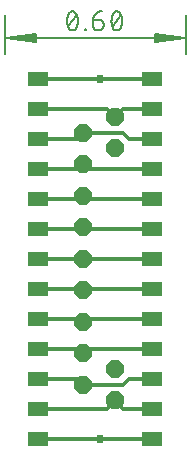
<source format=gbr>
G04 EAGLE Gerber RS-274X export*
G75*
%MOMM*%
%FSLAX34Y34*%
%LPD*%
%INTop Copper*%
%IPPOS*%
%AMOC8*
5,1,8,0,0,1.08239X$1,22.5*%
G01*
%ADD10C,0.130000*%
%ADD11C,0.152400*%
%ADD12P,1.649562X8X22.500000*%
%ADD13R,1.780000X1.270000*%
%ADD14C,0.304800*%
%ADD15C,0.756400*%


D10*
X152718Y346710D02*
X152718Y379545D01*
X0Y379545D02*
X0Y346710D01*
X650Y360045D02*
X152068Y360045D01*
X126718Y363237D01*
X126718Y356853D01*
X152068Y360045D01*
X126718Y361345D01*
X126718Y358745D02*
X152068Y360045D01*
X126718Y362645D01*
X126718Y357445D02*
X152068Y360045D01*
X26000Y363237D02*
X650Y360045D01*
X26000Y363237D02*
X26000Y356853D01*
X650Y360045D01*
X26000Y361345D01*
X26000Y358745D02*
X650Y360045D01*
X26000Y362645D01*
X26000Y357445D02*
X650Y360045D01*
D11*
X52352Y374680D02*
X52356Y375000D01*
X52367Y375319D01*
X52386Y375639D01*
X52413Y375957D01*
X52447Y376275D01*
X52489Y376592D01*
X52539Y376908D01*
X52596Y377223D01*
X52660Y377536D01*
X52732Y377848D01*
X52811Y378158D01*
X52898Y378465D01*
X52992Y378771D01*
X53093Y379074D01*
X53202Y379375D01*
X53317Y379673D01*
X53440Y379969D01*
X53570Y380261D01*
X53707Y380550D01*
X53706Y380551D02*
X53745Y380659D01*
X53788Y380766D01*
X53834Y380871D01*
X53885Y380975D01*
X53938Y381077D01*
X53995Y381177D01*
X54056Y381275D01*
X54120Y381370D01*
X54187Y381464D01*
X54258Y381555D01*
X54331Y381644D01*
X54408Y381730D01*
X54487Y381813D01*
X54569Y381894D01*
X54654Y381972D01*
X54742Y382046D01*
X54832Y382118D01*
X54924Y382186D01*
X55019Y382252D01*
X55116Y382314D01*
X55215Y382372D01*
X55317Y382428D01*
X55419Y382479D01*
X55524Y382527D01*
X55630Y382572D01*
X55738Y382613D01*
X55847Y382650D01*
X55957Y382683D01*
X56069Y382712D01*
X56181Y382738D01*
X56294Y382760D01*
X56408Y382777D01*
X56522Y382791D01*
X56637Y382801D01*
X56752Y382807D01*
X56867Y382809D01*
X56867Y382808D02*
X56982Y382806D01*
X57097Y382800D01*
X57212Y382790D01*
X57326Y382776D01*
X57440Y382759D01*
X57553Y382737D01*
X57665Y382711D01*
X57777Y382682D01*
X57887Y382649D01*
X57996Y382612D01*
X58104Y382571D01*
X58210Y382526D01*
X58315Y382478D01*
X58417Y382427D01*
X58518Y382371D01*
X58618Y382313D01*
X58715Y382251D01*
X58809Y382186D01*
X58902Y382117D01*
X58992Y382045D01*
X59080Y381971D01*
X59165Y381893D01*
X59247Y381812D01*
X59326Y381729D01*
X59403Y381643D01*
X59476Y381554D01*
X59547Y381463D01*
X59614Y381369D01*
X59678Y381274D01*
X59739Y381176D01*
X59796Y381076D01*
X59849Y380974D01*
X59900Y380870D01*
X59946Y380765D01*
X59989Y380658D01*
X60028Y380550D01*
X60027Y380550D02*
X60164Y380261D01*
X60294Y379969D01*
X60417Y379673D01*
X60532Y379375D01*
X60641Y379074D01*
X60742Y378771D01*
X60836Y378465D01*
X60923Y378158D01*
X61002Y377848D01*
X61074Y377536D01*
X61138Y377223D01*
X61195Y376908D01*
X61245Y376592D01*
X61287Y376275D01*
X61321Y375957D01*
X61348Y375639D01*
X61367Y375319D01*
X61378Y375000D01*
X61382Y374680D01*
X52352Y374680D02*
X52356Y374360D01*
X52367Y374041D01*
X52386Y373721D01*
X52413Y373403D01*
X52447Y373085D01*
X52489Y372768D01*
X52539Y372452D01*
X52596Y372137D01*
X52660Y371824D01*
X52732Y371512D01*
X52811Y371202D01*
X52898Y370895D01*
X52992Y370589D01*
X53093Y370286D01*
X53202Y369985D01*
X53317Y369687D01*
X53440Y369391D01*
X53570Y369099D01*
X53707Y368810D01*
X53706Y368810D02*
X53745Y368702D01*
X53788Y368595D01*
X53834Y368490D01*
X53885Y368386D01*
X53938Y368284D01*
X53995Y368184D01*
X54056Y368086D01*
X54120Y367991D01*
X54187Y367897D01*
X54258Y367806D01*
X54331Y367717D01*
X54408Y367631D01*
X54487Y367548D01*
X54569Y367467D01*
X54654Y367389D01*
X54742Y367315D01*
X54832Y367243D01*
X54925Y367174D01*
X55019Y367109D01*
X55116Y367047D01*
X55216Y366989D01*
X55317Y366933D01*
X55419Y366882D01*
X55524Y366834D01*
X55630Y366789D01*
X55738Y366748D01*
X55847Y366711D01*
X55957Y366678D01*
X56069Y366649D01*
X56181Y366623D01*
X56294Y366601D01*
X56408Y366584D01*
X56522Y366570D01*
X56637Y366560D01*
X56752Y366554D01*
X56867Y366552D01*
X60027Y368810D02*
X60164Y369099D01*
X60294Y369391D01*
X60417Y369687D01*
X60532Y369985D01*
X60641Y370286D01*
X60742Y370589D01*
X60836Y370895D01*
X60923Y371202D01*
X61002Y371512D01*
X61074Y371824D01*
X61138Y372137D01*
X61195Y372452D01*
X61245Y372768D01*
X61287Y373085D01*
X61321Y373403D01*
X61348Y373721D01*
X61367Y374041D01*
X61378Y374360D01*
X61382Y374680D01*
X60028Y368810D02*
X59989Y368702D01*
X59946Y368595D01*
X59900Y368490D01*
X59849Y368386D01*
X59796Y368284D01*
X59739Y368184D01*
X59678Y368086D01*
X59614Y367991D01*
X59547Y367897D01*
X59476Y367806D01*
X59403Y367717D01*
X59326Y367631D01*
X59247Y367548D01*
X59165Y367467D01*
X59080Y367389D01*
X58992Y367315D01*
X58902Y367243D01*
X58809Y367174D01*
X58715Y367109D01*
X58618Y367047D01*
X58518Y366989D01*
X58417Y366933D01*
X58314Y366882D01*
X58210Y366834D01*
X58104Y366789D01*
X57996Y366748D01*
X57887Y366711D01*
X57777Y366678D01*
X57665Y366649D01*
X57553Y366623D01*
X57440Y366601D01*
X57326Y366584D01*
X57212Y366570D01*
X57097Y366560D01*
X56982Y366554D01*
X56867Y366552D01*
X53255Y370164D02*
X60479Y379196D01*
X67357Y367455D02*
X67357Y366552D01*
X67357Y367455D02*
X68260Y367455D01*
X68260Y366552D01*
X67357Y366552D01*
X74235Y375583D02*
X79654Y375583D01*
X79772Y375581D01*
X79890Y375575D01*
X80008Y375566D01*
X80125Y375552D01*
X80242Y375535D01*
X80359Y375514D01*
X80474Y375489D01*
X80589Y375460D01*
X80703Y375427D01*
X80815Y375391D01*
X80926Y375351D01*
X81036Y375308D01*
X81145Y375261D01*
X81252Y375211D01*
X81357Y375156D01*
X81460Y375099D01*
X81561Y375038D01*
X81661Y374974D01*
X81758Y374907D01*
X81853Y374837D01*
X81945Y374763D01*
X82036Y374687D01*
X82123Y374607D01*
X82208Y374525D01*
X82290Y374440D01*
X82370Y374353D01*
X82446Y374262D01*
X82520Y374170D01*
X82590Y374075D01*
X82657Y373978D01*
X82721Y373878D01*
X82782Y373777D01*
X82839Y373674D01*
X82894Y373569D01*
X82944Y373462D01*
X82991Y373353D01*
X83034Y373243D01*
X83074Y373132D01*
X83110Y373020D01*
X83143Y372906D01*
X83172Y372791D01*
X83197Y372676D01*
X83218Y372559D01*
X83235Y372442D01*
X83249Y372325D01*
X83258Y372207D01*
X83264Y372089D01*
X83266Y371971D01*
X83266Y371068D01*
X83267Y371068D02*
X83265Y370935D01*
X83259Y370803D01*
X83249Y370671D01*
X83236Y370539D01*
X83218Y370407D01*
X83197Y370277D01*
X83172Y370146D01*
X83143Y370017D01*
X83110Y369889D01*
X83074Y369761D01*
X83034Y369635D01*
X82990Y369510D01*
X82942Y369386D01*
X82891Y369264D01*
X82836Y369143D01*
X82778Y369024D01*
X82716Y368906D01*
X82651Y368791D01*
X82582Y368677D01*
X82511Y368566D01*
X82435Y368457D01*
X82357Y368350D01*
X82276Y368245D01*
X82191Y368143D01*
X82104Y368043D01*
X82014Y367946D01*
X81921Y367851D01*
X81825Y367760D01*
X81727Y367671D01*
X81626Y367585D01*
X81522Y367502D01*
X81416Y367422D01*
X81308Y367346D01*
X81198Y367272D01*
X81085Y367202D01*
X80971Y367135D01*
X80854Y367072D01*
X80736Y367012D01*
X80616Y366955D01*
X80494Y366902D01*
X80371Y366853D01*
X80247Y366807D01*
X80121Y366765D01*
X79994Y366727D01*
X79866Y366692D01*
X79737Y366661D01*
X79608Y366634D01*
X79477Y366611D01*
X79346Y366591D01*
X79214Y366576D01*
X79082Y366564D01*
X78950Y366556D01*
X78817Y366552D01*
X78685Y366552D01*
X78552Y366556D01*
X78420Y366564D01*
X78288Y366576D01*
X78156Y366591D01*
X78025Y366611D01*
X77894Y366634D01*
X77765Y366661D01*
X77636Y366692D01*
X77508Y366727D01*
X77381Y366765D01*
X77255Y366807D01*
X77131Y366853D01*
X77008Y366902D01*
X76886Y366955D01*
X76766Y367012D01*
X76648Y367072D01*
X76531Y367135D01*
X76417Y367202D01*
X76304Y367272D01*
X76194Y367346D01*
X76086Y367422D01*
X75980Y367502D01*
X75876Y367585D01*
X75775Y367671D01*
X75677Y367760D01*
X75581Y367851D01*
X75488Y367946D01*
X75398Y368043D01*
X75311Y368143D01*
X75226Y368245D01*
X75145Y368350D01*
X75067Y368457D01*
X74991Y368566D01*
X74920Y368677D01*
X74851Y368791D01*
X74786Y368906D01*
X74724Y369024D01*
X74666Y369143D01*
X74611Y369264D01*
X74560Y369386D01*
X74512Y369510D01*
X74468Y369635D01*
X74428Y369761D01*
X74392Y369889D01*
X74359Y370017D01*
X74330Y370146D01*
X74305Y370277D01*
X74284Y370407D01*
X74266Y370539D01*
X74253Y370671D01*
X74243Y370803D01*
X74237Y370935D01*
X74235Y371068D01*
X74235Y375583D01*
X74237Y375760D01*
X74244Y375938D01*
X74255Y376115D01*
X74270Y376291D01*
X74289Y376467D01*
X74313Y376643D01*
X74341Y376818D01*
X74374Y376993D01*
X74411Y377166D01*
X74452Y377339D01*
X74497Y377510D01*
X74546Y377680D01*
X74600Y377849D01*
X74657Y378017D01*
X74719Y378183D01*
X74785Y378348D01*
X74855Y378511D01*
X74929Y378672D01*
X75006Y378831D01*
X75088Y378989D01*
X75174Y379144D01*
X75263Y379297D01*
X75356Y379448D01*
X75453Y379597D01*
X75553Y379743D01*
X75657Y379887D01*
X75764Y380028D01*
X75875Y380166D01*
X75989Y380302D01*
X76107Y380435D01*
X76227Y380565D01*
X76351Y380692D01*
X76478Y380816D01*
X76608Y380936D01*
X76741Y381054D01*
X76876Y381168D01*
X77015Y381279D01*
X77156Y381386D01*
X77300Y381490D01*
X77446Y381590D01*
X77595Y381687D01*
X77746Y381780D01*
X77899Y381869D01*
X78054Y381955D01*
X78212Y382037D01*
X78371Y382114D01*
X78532Y382188D01*
X78695Y382258D01*
X78860Y382324D01*
X79026Y382386D01*
X79194Y382443D01*
X79363Y382497D01*
X79533Y382546D01*
X79704Y382591D01*
X79877Y382632D01*
X80050Y382669D01*
X80225Y382702D01*
X80400Y382730D01*
X80576Y382754D01*
X80752Y382773D01*
X80928Y382788D01*
X81105Y382799D01*
X81283Y382806D01*
X81460Y382808D01*
X91222Y380550D02*
X91085Y380261D01*
X90955Y379969D01*
X90832Y379673D01*
X90717Y379375D01*
X90608Y379074D01*
X90507Y378771D01*
X90413Y378465D01*
X90326Y378158D01*
X90247Y377848D01*
X90175Y377536D01*
X90111Y377223D01*
X90054Y376908D01*
X90004Y376592D01*
X89962Y376275D01*
X89928Y375957D01*
X89901Y375639D01*
X89882Y375319D01*
X89871Y375000D01*
X89867Y374680D01*
X91221Y380551D02*
X91260Y380659D01*
X91303Y380766D01*
X91349Y380871D01*
X91400Y380975D01*
X91453Y381077D01*
X91510Y381177D01*
X91571Y381275D01*
X91635Y381370D01*
X91702Y381464D01*
X91773Y381555D01*
X91846Y381644D01*
X91923Y381730D01*
X92002Y381813D01*
X92084Y381894D01*
X92169Y381972D01*
X92257Y382046D01*
X92347Y382118D01*
X92439Y382186D01*
X92534Y382252D01*
X92631Y382314D01*
X92730Y382372D01*
X92832Y382428D01*
X92934Y382479D01*
X93039Y382527D01*
X93145Y382572D01*
X93253Y382613D01*
X93362Y382650D01*
X93472Y382683D01*
X93584Y382712D01*
X93696Y382738D01*
X93809Y382760D01*
X93923Y382777D01*
X94037Y382791D01*
X94152Y382801D01*
X94267Y382807D01*
X94382Y382809D01*
X94382Y382808D02*
X94497Y382806D01*
X94612Y382800D01*
X94727Y382790D01*
X94841Y382776D01*
X94955Y382759D01*
X95068Y382737D01*
X95180Y382711D01*
X95292Y382682D01*
X95402Y382649D01*
X95511Y382612D01*
X95619Y382571D01*
X95725Y382526D01*
X95830Y382478D01*
X95932Y382427D01*
X96033Y382371D01*
X96133Y382313D01*
X96230Y382251D01*
X96324Y382186D01*
X96417Y382117D01*
X96507Y382045D01*
X96595Y381971D01*
X96680Y381893D01*
X96762Y381812D01*
X96841Y381729D01*
X96918Y381643D01*
X96991Y381554D01*
X97062Y381463D01*
X97129Y381369D01*
X97193Y381274D01*
X97254Y381176D01*
X97311Y381076D01*
X97364Y380974D01*
X97415Y380870D01*
X97461Y380765D01*
X97504Y380658D01*
X97543Y380550D01*
X97542Y380550D02*
X97679Y380261D01*
X97809Y379969D01*
X97932Y379673D01*
X98047Y379375D01*
X98156Y379074D01*
X98257Y378771D01*
X98351Y378465D01*
X98438Y378158D01*
X98517Y377848D01*
X98589Y377536D01*
X98653Y377223D01*
X98710Y376908D01*
X98760Y376592D01*
X98802Y376275D01*
X98836Y375957D01*
X98863Y375639D01*
X98882Y375319D01*
X98893Y375000D01*
X98897Y374680D01*
X89867Y374680D02*
X89871Y374360D01*
X89882Y374041D01*
X89901Y373721D01*
X89928Y373403D01*
X89962Y373085D01*
X90004Y372768D01*
X90054Y372452D01*
X90111Y372137D01*
X90175Y371824D01*
X90247Y371512D01*
X90326Y371202D01*
X90413Y370895D01*
X90507Y370589D01*
X90608Y370286D01*
X90717Y369985D01*
X90832Y369687D01*
X90955Y369391D01*
X91085Y369099D01*
X91222Y368810D01*
X91221Y368810D02*
X91260Y368702D01*
X91303Y368595D01*
X91349Y368490D01*
X91400Y368386D01*
X91453Y368284D01*
X91510Y368184D01*
X91571Y368086D01*
X91635Y367991D01*
X91702Y367897D01*
X91773Y367806D01*
X91846Y367717D01*
X91923Y367631D01*
X92002Y367548D01*
X92084Y367467D01*
X92169Y367389D01*
X92257Y367315D01*
X92347Y367243D01*
X92440Y367174D01*
X92534Y367109D01*
X92631Y367047D01*
X92731Y366989D01*
X92832Y366933D01*
X92934Y366882D01*
X93039Y366834D01*
X93145Y366789D01*
X93253Y366748D01*
X93362Y366711D01*
X93472Y366678D01*
X93584Y366649D01*
X93696Y366623D01*
X93809Y366601D01*
X93923Y366584D01*
X94037Y366570D01*
X94152Y366560D01*
X94267Y366554D01*
X94382Y366552D01*
X97542Y368810D02*
X97679Y369099D01*
X97809Y369391D01*
X97932Y369687D01*
X98047Y369985D01*
X98156Y370286D01*
X98257Y370589D01*
X98351Y370895D01*
X98438Y371202D01*
X98517Y371512D01*
X98589Y371824D01*
X98653Y372137D01*
X98710Y372452D01*
X98760Y372768D01*
X98802Y373085D01*
X98836Y373403D01*
X98863Y373721D01*
X98882Y374041D01*
X98893Y374360D01*
X98897Y374680D01*
X97543Y368810D02*
X97504Y368702D01*
X97461Y368595D01*
X97415Y368490D01*
X97364Y368386D01*
X97311Y368284D01*
X97254Y368184D01*
X97193Y368086D01*
X97129Y367991D01*
X97062Y367897D01*
X96991Y367806D01*
X96918Y367717D01*
X96841Y367631D01*
X96762Y367548D01*
X96680Y367467D01*
X96595Y367389D01*
X96507Y367315D01*
X96417Y367243D01*
X96324Y367174D01*
X96230Y367109D01*
X96133Y367047D01*
X96033Y366989D01*
X95932Y366933D01*
X95829Y366882D01*
X95725Y366834D01*
X95619Y366789D01*
X95511Y366748D01*
X95402Y366711D01*
X95292Y366678D01*
X95180Y366649D01*
X95068Y366623D01*
X94955Y366601D01*
X94841Y366584D01*
X94727Y366570D01*
X94612Y366560D01*
X94497Y366554D01*
X94382Y366552D01*
X90769Y370164D02*
X97994Y379196D01*
D12*
X92710Y80010D03*
X92710Y53340D03*
X66040Y66675D03*
X66040Y93345D03*
X66040Y120015D03*
X66040Y146685D03*
X66040Y173355D03*
X66040Y200025D03*
X66040Y226695D03*
X66040Y253365D03*
X66040Y280035D03*
X92710Y293370D03*
X92710Y266700D03*
D13*
X124450Y20955D03*
X124450Y46355D03*
X124450Y71755D03*
X124450Y97155D03*
X124450Y122555D03*
X124450Y147955D03*
X124450Y173355D03*
X124450Y198755D03*
X124450Y224155D03*
X124450Y249555D03*
X124450Y274955D03*
X124450Y300355D03*
X124450Y325755D03*
X27950Y325755D03*
X27950Y300355D03*
X27950Y274955D03*
X27950Y249555D03*
X27950Y224155D03*
X27950Y198755D03*
X27950Y173355D03*
X27950Y147955D03*
X27950Y122555D03*
X27950Y97155D03*
X27950Y71755D03*
X27950Y46355D03*
X27950Y20955D03*
D14*
X80010Y20955D01*
X124450Y20955D01*
D15*
X80010Y20955D03*
D14*
X85725Y46355D02*
X27950Y46355D01*
X85725Y46355D02*
X92710Y53340D01*
X99695Y46355D02*
X124450Y46355D01*
X99695Y46355D02*
X92710Y53340D01*
X105093Y71755D02*
X124450Y71755D01*
X105093Y71755D02*
X100013Y66675D01*
X66040Y66675D01*
X60960Y71755D02*
X27950Y71755D01*
X60960Y71755D02*
X66040Y66675D01*
X62230Y97155D02*
X27950Y97155D01*
X62230Y97155D02*
X66040Y93345D01*
X69850Y97155D02*
X124450Y97155D01*
X69850Y97155D02*
X66040Y93345D01*
X63500Y122555D02*
X27950Y122555D01*
X63500Y122555D02*
X66040Y120015D01*
X68580Y122555D02*
X124450Y122555D01*
X68580Y122555D02*
X66040Y120015D01*
X64770Y147955D02*
X27950Y147955D01*
X64770Y147955D02*
X66040Y146685D01*
X67310Y147955D02*
X124450Y147955D01*
X67310Y147955D02*
X66040Y146685D01*
X66040Y173355D02*
X27950Y173355D01*
X66040Y173355D02*
X124450Y173355D01*
X64770Y198755D02*
X27950Y198755D01*
X64770Y198755D02*
X66040Y200025D01*
X67310Y198755D02*
X124450Y198755D01*
X67310Y198755D02*
X66040Y200025D01*
X63500Y224155D02*
X27950Y224155D01*
X63500Y224155D02*
X66040Y226695D01*
X68580Y224155D02*
X124450Y224155D01*
X68580Y224155D02*
X66040Y226695D01*
X62230Y249555D02*
X27950Y249555D01*
X62230Y249555D02*
X66040Y253365D01*
X69850Y249555D02*
X124450Y249555D01*
X69850Y249555D02*
X66040Y253365D01*
X60960Y274955D02*
X27950Y274955D01*
X60960Y274955D02*
X66040Y280035D01*
X105093Y274955D02*
X124450Y274955D01*
X105093Y274955D02*
X100013Y280035D01*
X66040Y280035D01*
X85725Y300355D02*
X27950Y300355D01*
X85725Y300355D02*
X92710Y293370D01*
X99695Y300355D02*
X124450Y300355D01*
X99695Y300355D02*
X92710Y293370D01*
X80010Y325755D02*
X27950Y325755D01*
X80010Y325755D02*
X124450Y325755D01*
D15*
X80010Y325755D03*
M02*

</source>
